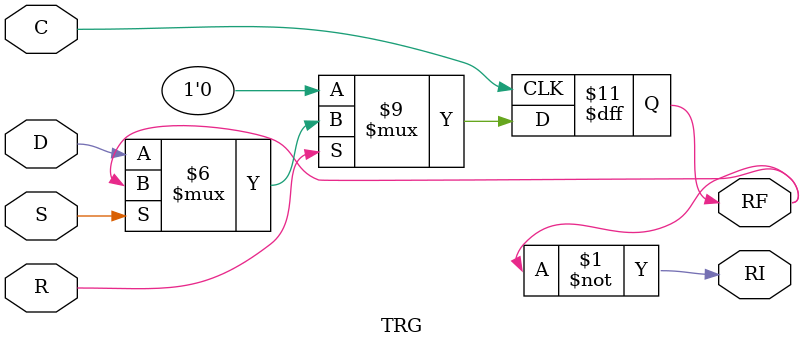
<source format=v>
module TRG(input R, S, D, C, output reg RF, output RI);

  assign RI = ~RF;

  always @(posedge C)
  begin
    if (!R)
	 begin
	   RF <= 1'b0;
	 end
	 else if (!S)
	 begin
	   RF <= D;
	 end
	 else
	 begin
	   RF <= RF;
	 end
	 
  end

endmodule

</source>
